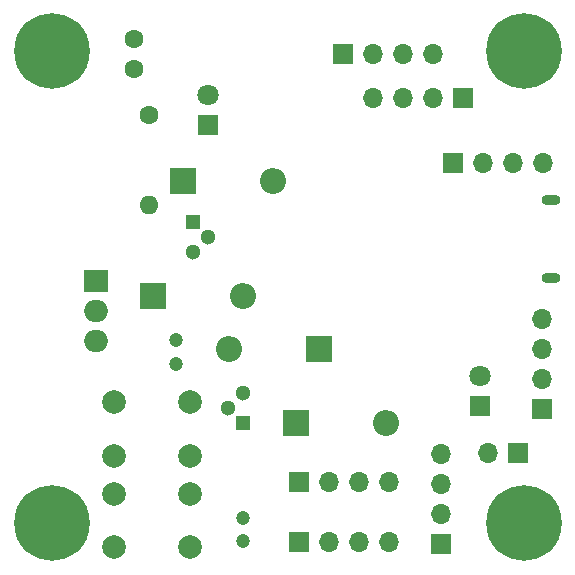
<source format=gbr>
%TF.GenerationSoftware,KiCad,Pcbnew,8.0.7*%
%TF.CreationDate,2025-07-22T17:47:17-04:00*%
%TF.ProjectId,Drone Motherboared,44726f6e-6520-44d6-9f74-686572626f61,rev?*%
%TF.SameCoordinates,Original*%
%TF.FileFunction,Soldermask,Bot*%
%TF.FilePolarity,Negative*%
%FSLAX46Y46*%
G04 Gerber Fmt 4.6, Leading zero omitted, Abs format (unit mm)*
G04 Created by KiCad (PCBNEW 8.0.7) date 2025-07-22 17:47:17*
%MOMM*%
%LPD*%
G01*
G04 APERTURE LIST*
%ADD10C,2.000000*%
%ADD11O,2.000000X1.905000*%
%ADD12R,2.000000X1.905000*%
%ADD13C,1.300000*%
%ADD14R,1.300000X1.300000*%
%ADD15O,1.600000X1.600000*%
%ADD16C,1.600000*%
%ADD17O,1.600000X0.900000*%
%ADD18O,1.700000X1.700000*%
%ADD19R,1.700000X1.700000*%
%ADD20C,6.400000*%
%ADD21R,1.800000X1.800000*%
%ADD22C,1.800000*%
%ADD23O,2.200000X2.200000*%
%ADD24R,2.200000X2.200000*%
%ADD25C,1.200000*%
G04 APERTURE END LIST*
D10*
%TO.C,SW2*%
X165250000Y-99250000D03*
X171750000Y-99250000D03*
X165250000Y-103750000D03*
X171750000Y-103750000D03*
%TD*%
%TO.C,SW1*%
X171750000Y-111500000D03*
X165250000Y-111500000D03*
X171750000Y-107000000D03*
X165250000Y-107000000D03*
%TD*%
D11*
%TO.C,Q3*%
X163805000Y-94040000D03*
X163805000Y-91500000D03*
D12*
X163805000Y-88960000D03*
%TD*%
D13*
%TO.C,Q2*%
X171980000Y-86520000D03*
X173250000Y-85250000D03*
D14*
X171980000Y-83980000D03*
%TD*%
%TO.C,Q1*%
X176250000Y-101000000D03*
D13*
X174980000Y-99730000D03*
X176250000Y-98460000D03*
%TD*%
D15*
%TO.C,L1*%
X168250000Y-82560000D03*
D16*
X168250000Y-74940000D03*
%TD*%
D17*
%TO.C,J9*%
X202250000Y-88750000D03*
X202250000Y-82150000D03*
%TD*%
D18*
%TO.C,J8*%
X187210000Y-73500000D03*
X189750000Y-73500000D03*
X192290000Y-73500000D03*
D19*
X194830000Y-73500000D03*
%TD*%
D18*
%TO.C,J3*%
X192290000Y-69750000D03*
X189750000Y-69750000D03*
X187210000Y-69750000D03*
D19*
X184670000Y-69750000D03*
%TD*%
D18*
%TO.C,J2*%
X201620000Y-79000000D03*
X199080000Y-79000000D03*
X196540000Y-79000000D03*
D19*
X194000000Y-79000000D03*
%TD*%
D18*
%TO.C,J7*%
X193000000Y-103630000D03*
X193000000Y-106170000D03*
X193000000Y-108710000D03*
D19*
X193000000Y-111250000D03*
%TD*%
%TO.C,J1*%
X201500000Y-99830000D03*
D18*
X201500000Y-97290000D03*
X201500000Y-94750000D03*
X201500000Y-92210000D03*
%TD*%
%TO.C,J6*%
X196960000Y-103500000D03*
D19*
X199500000Y-103500000D03*
%TD*%
D18*
%TO.C,J5*%
X188540000Y-111080000D03*
X186000000Y-111080000D03*
X183460000Y-111080000D03*
D19*
X180920000Y-111080000D03*
%TD*%
%TO.C,J4*%
X180920000Y-106000000D03*
D18*
X183460000Y-106000000D03*
X186000000Y-106000000D03*
X188540000Y-106000000D03*
%TD*%
D20*
%TO.C,H4*%
X200000000Y-109500000D03*
%TD*%
%TO.C,H3*%
X200000000Y-69500000D03*
%TD*%
%TO.C,H2*%
X160000000Y-109500000D03*
%TD*%
%TO.C,H1*%
X160000000Y-69500000D03*
%TD*%
D21*
%TO.C,D6*%
X196250000Y-99540000D03*
D22*
X196250000Y-97000000D03*
%TD*%
D23*
%TO.C,D5*%
X176250000Y-90250000D03*
D24*
X168630000Y-90250000D03*
%TD*%
D22*
%TO.C,D4*%
X173250000Y-73210000D03*
D21*
X173250000Y-75750000D03*
%TD*%
D23*
%TO.C,D3*%
X178750000Y-80500000D03*
D24*
X171130000Y-80500000D03*
%TD*%
D23*
%TO.C,D2*%
X175000000Y-94750000D03*
D24*
X182620000Y-94750000D03*
%TD*%
D23*
%TO.C,D1*%
X188310000Y-101000000D03*
D24*
X180690000Y-101000000D03*
%TD*%
D25*
%TO.C,C3*%
X176250000Y-111000000D03*
X176250000Y-109000000D03*
%TD*%
%TO.C,C7*%
X170500000Y-94000000D03*
X170500000Y-96000000D03*
%TD*%
D16*
%TO.C,C2*%
X167000000Y-68500000D03*
X167000000Y-71000000D03*
%TD*%
M02*

</source>
